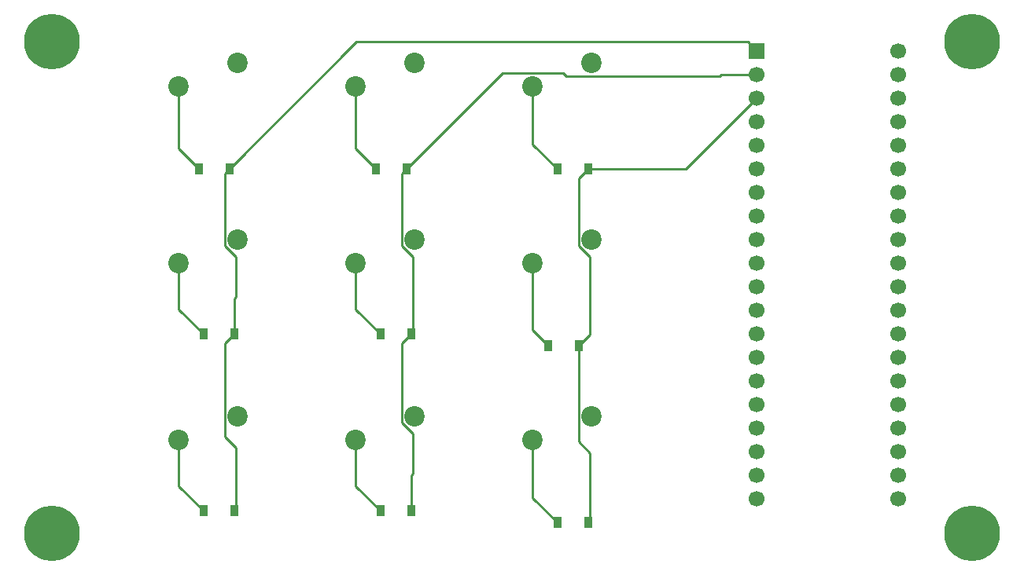
<source format=gbr>
%TF.GenerationSoftware,KiCad,Pcbnew,5.1.8*%
%TF.CreationDate,2021-01-16T11:32:51+01:00*%
%TF.ProjectId,macropad,6d616372-6f70-4616-942e-6b696361645f,rev?*%
%TF.SameCoordinates,Original*%
%TF.FileFunction,Copper,L2,Bot*%
%TF.FilePolarity,Positive*%
%FSLAX46Y46*%
G04 Gerber Fmt 4.6, Leading zero omitted, Abs format (unit mm)*
G04 Created by KiCad (PCBNEW 5.1.8) date 2021-01-16 11:32:51*
%MOMM*%
%LPD*%
G01*
G04 APERTURE LIST*
%TA.AperFunction,ComponentPad*%
%ADD10C,2.200000*%
%TD*%
%TA.AperFunction,ComponentPad*%
%ADD11C,6.000000*%
%TD*%
%TA.AperFunction,ComponentPad*%
%ADD12C,1.700000*%
%TD*%
%TA.AperFunction,ComponentPad*%
%ADD13R,1.700000X1.700000*%
%TD*%
%TA.AperFunction,SMDPad,CuDef*%
%ADD14R,0.900000X1.200000*%
%TD*%
%TA.AperFunction,Conductor*%
%ADD15C,0.250000*%
%TD*%
G04 APERTURE END LIST*
D10*
%TO.P,SW1,1*%
%TO.N,/Row1*%
X93980000Y-95250000D03*
%TO.P,SW1,2*%
%TO.N,Net-(D1-Pad1)*%
X87630000Y-97790000D03*
%TD*%
D11*
%TO.P,REF\u002A\u002A,1*%
%TO.N,N/C*%
X173000000Y-93000000D03*
%TD*%
%TO.P,REF\u002A\u002A,1*%
%TO.N,N/C*%
X173000000Y-146000000D03*
%TD*%
%TO.P,REF\u002A\u002A,1*%
%TO.N,N/C*%
X74000000Y-146000000D03*
%TD*%
%TO.P,REF\u002A\u002A,1*%
%TO.N,N/C*%
X74000000Y-93000000D03*
%TD*%
D10*
%TO.P,SW2,2*%
%TO.N,Net-(D2-Pad1)*%
X87630000Y-116840000D03*
%TO.P,SW2,1*%
%TO.N,/Row2*%
X93980000Y-114300000D03*
%TD*%
%TO.P,SW3,2*%
%TO.N,Net-(D3-Pad1)*%
X87630000Y-135890000D03*
%TO.P,SW3,1*%
%TO.N,/Row3*%
X93980000Y-133350000D03*
%TD*%
%TO.P,SW4,2*%
%TO.N,Net-(D4-Pad1)*%
X106680000Y-97790000D03*
%TO.P,SW4,1*%
%TO.N,/Row1*%
X113030000Y-95250000D03*
%TD*%
%TO.P,SW5,1*%
%TO.N,/Row2*%
X113030000Y-114300000D03*
%TO.P,SW5,2*%
%TO.N,Net-(D5-Pad1)*%
X106680000Y-116840000D03*
%TD*%
%TO.P,SW6,1*%
%TO.N,/Row3*%
X113030000Y-133350000D03*
%TO.P,SW6,2*%
%TO.N,Net-(D6-Pad1)*%
X106680000Y-135890000D03*
%TD*%
%TO.P,SW7,1*%
%TO.N,/Row1*%
X132080000Y-95250000D03*
%TO.P,SW7,2*%
%TO.N,Net-(D7-Pad1)*%
X125730000Y-97790000D03*
%TD*%
%TO.P,SW8,1*%
%TO.N,/Row2*%
X132080000Y-114300000D03*
%TO.P,SW8,2*%
%TO.N,Net-(D8-Pad1)*%
X125730000Y-116840000D03*
%TD*%
%TO.P,SW9,2*%
%TO.N,Net-(D9-Pad1)*%
X125730000Y-135890000D03*
%TO.P,SW9,1*%
%TO.N,/Row3*%
X132080000Y-133350000D03*
%TD*%
D12*
%TO.P,U1,40*%
%TO.N,Net-(U1-Pad40)*%
X165100000Y-93980000D03*
D13*
%TO.P,U1,1*%
%TO.N,/Col1*%
X149860000Y-93980000D03*
D12*
%TO.P,U1,39*%
%TO.N,Net-(U1-Pad39)*%
X165100000Y-96520000D03*
%TO.P,U1,2*%
%TO.N,/Col2*%
X149860000Y-96520000D03*
%TO.P,U1,38*%
%TO.N,Net-(U1-Pad38)*%
X165100000Y-99060000D03*
%TO.P,U1,3*%
%TO.N,/Col3*%
X149860000Y-99060000D03*
%TO.P,U1,37*%
%TO.N,Net-(U1-Pad37)*%
X165100000Y-101600000D03*
%TO.P,U1,4*%
%TO.N,Net-(U1-Pad4)*%
X149860000Y-101600000D03*
%TO.P,U1,36*%
%TO.N,Net-(U1-Pad36)*%
X165100000Y-104140000D03*
%TO.P,U1,5*%
%TO.N,Net-(U1-Pad5)*%
X149860000Y-104140000D03*
%TO.P,U1,35*%
%TO.N,Net-(U1-Pad35)*%
X165100000Y-106680000D03*
%TO.P,U1,6*%
%TO.N,Net-(U1-Pad6)*%
X149860000Y-106680000D03*
%TO.P,U1,34*%
%TO.N,Net-(U1-Pad34)*%
X165100000Y-109220000D03*
%TO.P,U1,7*%
%TO.N,Net-(U1-Pad7)*%
X149860000Y-109220000D03*
%TO.P,U1,33*%
%TO.N,Net-(U1-Pad33)*%
X165100000Y-111760000D03*
%TO.P,U1,8*%
%TO.N,Net-(U1-Pad8)*%
X149860000Y-111760000D03*
%TO.P,U1,32*%
%TO.N,Net-(U1-Pad32)*%
X165100000Y-114300000D03*
%TO.P,U1,9*%
%TO.N,Net-(U1-Pad9)*%
X149860000Y-114300000D03*
%TO.P,U1,31*%
%TO.N,Net-(U1-Pad31)*%
X165100000Y-116840000D03*
%TO.P,U1,10*%
%TO.N,Net-(U1-Pad10)*%
X149860000Y-116840000D03*
%TO.P,U1,30*%
%TO.N,Net-(U1-Pad30)*%
X165100000Y-119380000D03*
%TO.P,U1,11*%
%TO.N,/Row1*%
X149860000Y-119380000D03*
%TO.P,U1,29*%
%TO.N,Net-(U1-Pad29)*%
X165100000Y-121920000D03*
%TO.P,U1,12*%
%TO.N,/Row2*%
X149860000Y-121920000D03*
%TO.P,U1,28*%
%TO.N,Net-(U1-Pad28)*%
X165100000Y-124460000D03*
%TO.P,U1,13*%
%TO.N,/Row3*%
X149860000Y-124460000D03*
%TO.P,U1,27*%
%TO.N,Net-(U1-Pad27)*%
X165100000Y-127000000D03*
%TO.P,U1,14*%
%TO.N,Net-(U1-Pad14)*%
X149860000Y-127000000D03*
%TO.P,U1,26*%
%TO.N,Net-(U1-Pad26)*%
X165100000Y-129540000D03*
%TO.P,U1,15*%
%TO.N,Net-(U1-Pad15)*%
X149860000Y-129540000D03*
%TO.P,U1,25*%
%TO.N,Net-(U1-Pad25)*%
X165100000Y-132080000D03*
%TO.P,U1,16*%
%TO.N,Net-(U1-Pad16)*%
X149860000Y-132080000D03*
%TO.P,U1,24*%
%TO.N,Net-(U1-Pad24)*%
X165100000Y-134620000D03*
%TO.P,U1,17*%
%TO.N,Net-(U1-Pad17)*%
X149860000Y-134620000D03*
%TO.P,U1,23*%
%TO.N,Net-(U1-Pad23)*%
X165100000Y-137160000D03*
%TO.P,U1,18*%
%TO.N,Net-(U1-Pad18)*%
X149860000Y-137160000D03*
%TO.P,U1,22*%
%TO.N,Net-(U1-Pad22)*%
X165100000Y-139700000D03*
%TO.P,U1,19*%
%TO.N,Net-(U1-Pad19)*%
X149860000Y-139700000D03*
%TO.P,U1,21*%
%TO.N,Net-(U1-Pad21)*%
X165100000Y-142240000D03*
%TO.P,U1,20*%
%TO.N,Net-(U1-Pad20)*%
X149860000Y-142240000D03*
%TD*%
D14*
%TO.P,D1,1*%
%TO.N,Net-(D1-Pad1)*%
X89790000Y-106680000D03*
%TO.P,D1,2*%
%TO.N,/Col1*%
X93090000Y-106680000D03*
%TD*%
%TO.P,D2,1*%
%TO.N,Net-(D2-Pad1)*%
X90272500Y-124460000D03*
%TO.P,D2,2*%
%TO.N,/Col1*%
X93572500Y-124460000D03*
%TD*%
%TO.P,D3,1*%
%TO.N,Net-(D3-Pad1)*%
X90272500Y-143510000D03*
%TO.P,D3,2*%
%TO.N,/Col1*%
X93572500Y-143510000D03*
%TD*%
%TO.P,D4,1*%
%TO.N,Net-(D4-Pad1)*%
X108840000Y-106680000D03*
%TO.P,D4,2*%
%TO.N,/Col2*%
X112140000Y-106680000D03*
%TD*%
%TO.P,D5,2*%
%TO.N,/Col2*%
X112622500Y-124460000D03*
%TO.P,D5,1*%
%TO.N,Net-(D5-Pad1)*%
X109322500Y-124460000D03*
%TD*%
%TO.P,D6,1*%
%TO.N,Net-(D6-Pad1)*%
X109322500Y-143510000D03*
%TO.P,D6,2*%
%TO.N,/Col2*%
X112622500Y-143510000D03*
%TD*%
%TO.P,D7,1*%
%TO.N,Net-(D7-Pad1)*%
X128372500Y-106680000D03*
%TO.P,D7,2*%
%TO.N,/Col3*%
X131672500Y-106680000D03*
%TD*%
%TO.P,D8,2*%
%TO.N,/Col3*%
X130675001Y-125730000D03*
%TO.P,D8,1*%
%TO.N,Net-(D8-Pad1)*%
X127375001Y-125730000D03*
%TD*%
%TO.P,D9,1*%
%TO.N,Net-(D9-Pad1)*%
X128372500Y-144780000D03*
%TO.P,D9,2*%
%TO.N,/Col3*%
X131672500Y-144780000D03*
%TD*%
D15*
%TO.N,/Col1*%
X93765001Y-143317499D02*
X93765001Y-136765001D01*
X93572500Y-143510000D02*
X93765001Y-143317499D01*
X92554999Y-125477501D02*
X93572500Y-124460000D01*
X92554999Y-135554999D02*
X92554999Y-125477501D01*
X93765001Y-136765001D02*
X92554999Y-135554999D01*
X92554999Y-107215001D02*
X93090000Y-106680000D01*
X92554999Y-114984001D02*
X92554999Y-107215001D01*
X93765001Y-116194003D02*
X92554999Y-114984001D01*
X93765001Y-120496001D02*
X93765001Y-116194003D01*
X93572500Y-120688502D02*
X93765001Y-120496001D01*
X93572500Y-124460000D02*
X93572500Y-120688502D01*
X148880000Y-93000000D02*
X149860000Y-93980000D01*
X106770000Y-93000000D02*
X148880000Y-93000000D01*
X93090000Y-106680000D02*
X106770000Y-93000000D01*
%TO.N,Net-(D1-Pad1)*%
X87630000Y-104520000D02*
X89790000Y-106680000D01*
X87630000Y-97790000D02*
X87630000Y-104520000D01*
%TO.N,Net-(D2-Pad1)*%
X87630000Y-121817500D02*
X90272500Y-124460000D01*
X87630000Y-116840000D02*
X87630000Y-121817500D01*
%TO.N,Net-(D3-Pad1)*%
X87630000Y-140867500D02*
X90272500Y-143510000D01*
X87630000Y-135890000D02*
X87630000Y-140867500D01*
%TO.N,/Col2*%
X111604999Y-125477501D02*
X112622500Y-124460000D01*
X112815001Y-135244003D02*
X111604999Y-134034001D01*
X111604999Y-134034001D02*
X111604999Y-125477501D01*
X112815001Y-139546001D02*
X112815001Y-135244003D01*
X112622500Y-139738502D02*
X112815001Y-139546001D01*
X112622500Y-143510000D02*
X112622500Y-139738502D01*
X111604999Y-107215001D02*
X112140000Y-106680000D01*
X111604999Y-114984001D02*
X111604999Y-107215001D01*
X112815001Y-116194003D02*
X111604999Y-114984001D01*
X112815001Y-124267499D02*
X112815001Y-116194003D01*
X112622500Y-124460000D02*
X112815001Y-124267499D01*
X129326003Y-96675001D02*
X145864999Y-96675001D01*
X129016001Y-96364999D02*
X129326003Y-96675001D01*
X122455001Y-96364999D02*
X129016001Y-96364999D01*
X112140000Y-106680000D02*
X122455001Y-96364999D01*
X146020000Y-96520000D02*
X145864999Y-96675001D01*
X149860000Y-96520000D02*
X146020000Y-96520000D01*
%TO.N,Net-(D4-Pad1)*%
X106680000Y-104520000D02*
X108840000Y-106680000D01*
X106680000Y-97790000D02*
X106680000Y-104520000D01*
%TO.N,Net-(D5-Pad1)*%
X106680000Y-121817500D02*
X109322500Y-124460000D01*
X106680000Y-116840000D02*
X106680000Y-121817500D01*
%TO.N,Net-(D6-Pad1)*%
X106680000Y-140867500D02*
X109322500Y-143510000D01*
X106680000Y-135890000D02*
X106680000Y-140867500D01*
%TO.N,/Col3*%
X131865001Y-144587499D02*
X131672500Y-144780000D01*
X131865001Y-137313999D02*
X131865001Y-144587499D01*
X130654999Y-136103997D02*
X131865001Y-137313999D01*
X130654999Y-125750002D02*
X130654999Y-136103997D01*
X130675001Y-125730000D02*
X130654999Y-125750002D01*
X130654999Y-107697501D02*
X131672500Y-106680000D01*
X130654999Y-114984001D02*
X130654999Y-107697501D01*
X131865001Y-124540000D02*
X131865001Y-116194003D01*
X131865001Y-116194003D02*
X130654999Y-114984001D01*
X130675001Y-125730000D02*
X131865001Y-124540000D01*
X142240000Y-106680000D02*
X149860000Y-99060000D01*
X131672500Y-106680000D02*
X142240000Y-106680000D01*
%TO.N,Net-(D7-Pad1)*%
X125730000Y-104037500D02*
X128372500Y-106680000D01*
X125730000Y-97790000D02*
X125730000Y-104037500D01*
%TO.N,Net-(D8-Pad1)*%
X125730000Y-124084999D02*
X127375001Y-125730000D01*
X125730000Y-116840000D02*
X125730000Y-124084999D01*
%TO.N,Net-(D9-Pad1)*%
X125730000Y-142137500D02*
X128372500Y-144780000D01*
X125730000Y-135890000D02*
X125730000Y-142137500D01*
%TD*%
M02*

</source>
